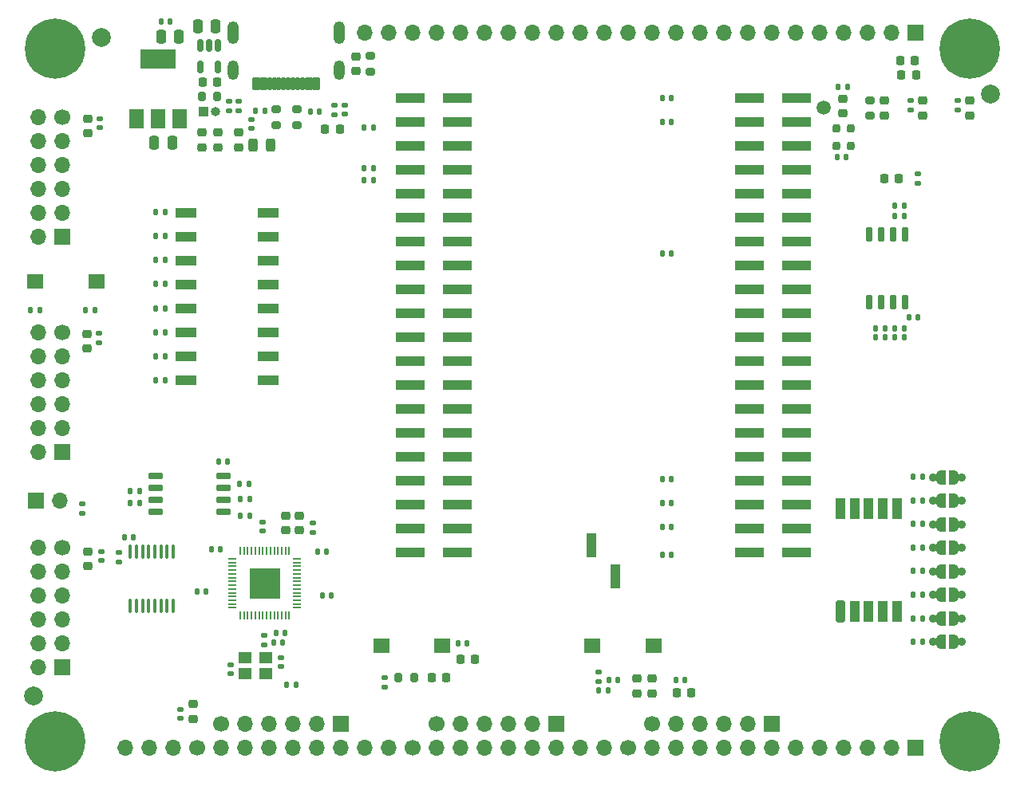
<source format=gbr>
G04 #@! TF.GenerationSoftware,KiCad,Pcbnew,8.0.1-8.0.1-1~ubuntu22.04.1*
G04 #@! TF.CreationDate,2024-04-26T22:25:14-04:00*
G04 #@! TF.ProjectId,tinytapeout-demo,74696e79-7461-4706-956f-75742d64656d,1.2.2*
G04 #@! TF.SameCoordinates,PX35e1f20PY8044ea0*
G04 #@! TF.FileFunction,Soldermask,Top*
G04 #@! TF.FilePolarity,Negative*
%FSLAX46Y46*%
G04 Gerber Fmt 4.6, Leading zero omitted, Abs format (unit mm)*
G04 Created by KiCad (PCBNEW 8.0.1-8.0.1-1~ubuntu22.04.1) date 2024-04-26 22:25:14*
%MOMM*%
%LPD*%
G01*
G04 APERTURE LIST*
G04 Aperture macros list*
%AMRoundRect*
0 Rectangle with rounded corners*
0 $1 Rounding radius*
0 $2 $3 $4 $5 $6 $7 $8 $9 X,Y pos of 4 corners*
0 Add a 4 corners polygon primitive as box body*
4,1,4,$2,$3,$4,$5,$6,$7,$8,$9,$2,$3,0*
0 Add four circle primitives for the rounded corners*
1,1,$1+$1,$2,$3*
1,1,$1+$1,$4,$5*
1,1,$1+$1,$6,$7*
1,1,$1+$1,$8,$9*
0 Add four rect primitives between the rounded corners*
20,1,$1+$1,$2,$3,$4,$5,0*
20,1,$1+$1,$4,$5,$6,$7,0*
20,1,$1+$1,$6,$7,$8,$9,0*
20,1,$1+$1,$8,$9,$2,$3,0*%
%AMFreePoly0*
4,1,19,0.500000,-0.750000,0.000000,-0.750000,0.000000,-0.744911,-0.071157,-0.744911,-0.207708,-0.704816,-0.327430,-0.627875,-0.420627,-0.520320,-0.479746,-0.390866,-0.500000,-0.250000,-0.500000,0.250000,-0.479746,0.390866,-0.420627,0.520320,-0.327430,0.627875,-0.207708,0.704816,-0.071157,0.744911,0.000000,0.744911,0.000000,0.750000,0.500000,0.750000,0.500000,-0.750000,0.500000,-0.750000,
$1*%
%AMFreePoly1*
4,1,19,0.000000,0.744911,0.071157,0.744911,0.207708,0.704816,0.327430,0.627875,0.420627,0.520320,0.479746,0.390866,0.500000,0.250000,0.500000,-0.250000,0.479746,-0.390866,0.420627,-0.520320,0.327430,-0.627875,0.207708,-0.704816,0.071157,-0.744911,0.000000,-0.744911,0.000000,-0.750000,-0.500000,-0.750000,-0.500000,0.750000,0.000000,0.750000,0.000000,0.744911,0.000000,0.744911,
$1*%
G04 Aperture macros list end*
%ADD10C,0.900000*%
%ADD11FreePoly0,180.000000*%
%ADD12FreePoly1,180.000000*%
%ADD13RoundRect,0.225000X0.225000X0.250000X-0.225000X0.250000X-0.225000X-0.250000X0.225000X-0.250000X0*%
%ADD14RoundRect,0.135000X0.185000X-0.135000X0.185000X0.135000X-0.185000X0.135000X-0.185000X-0.135000X0*%
%ADD15RoundRect,0.225000X-0.250000X0.225000X-0.250000X-0.225000X0.250000X-0.225000X0.250000X0.225000X0*%
%ADD16RoundRect,0.140000X-0.140000X-0.170000X0.140000X-0.170000X0.140000X0.170000X-0.140000X0.170000X0*%
%ADD17RoundRect,0.135000X-0.185000X0.135000X-0.185000X-0.135000X0.185000X-0.135000X0.185000X0.135000X0*%
%ADD18C,6.400000*%
%ADD19C,2.000000*%
%ADD20RoundRect,0.135000X0.135000X0.185000X-0.135000X0.185000X-0.135000X-0.185000X0.135000X-0.185000X0*%
%ADD21RoundRect,0.102000X0.300000X0.550000X-0.300000X0.550000X-0.300000X-0.550000X0.300000X-0.550000X0*%
%ADD22RoundRect,0.102000X0.150000X0.550000X-0.150000X0.550000X-0.150000X-0.550000X0.150000X-0.550000X0*%
%ADD23O,1.250000X2.400000*%
%ADD24O,1.180000X2.080000*%
%ADD25RoundRect,0.225000X0.250000X-0.225000X0.250000X0.225000X-0.250000X0.225000X-0.250000X-0.225000X0*%
%ADD26R,1.700000X1.700000*%
%ADD27O,1.700000X1.700000*%
%ADD28C,1.700000*%
%ADD29RoundRect,0.250000X0.250000X0.475000X-0.250000X0.475000X-0.250000X-0.475000X0.250000X-0.475000X0*%
%ADD30RoundRect,0.135000X-0.135000X-0.185000X0.135000X-0.185000X0.135000X0.185000X-0.135000X0.185000X0*%
%ADD31RoundRect,0.140000X-0.170000X0.140000X-0.170000X-0.140000X0.170000X-0.140000X0.170000X0.140000X0*%
%ADD32RoundRect,0.200000X-0.200000X-0.275000X0.200000X-0.275000X0.200000X0.275000X-0.200000X0.275000X0*%
%ADD33RoundRect,0.140000X0.170000X-0.140000X0.170000X0.140000X-0.170000X0.140000X-0.170000X-0.140000X0*%
%ADD34R,1.400000X1.200000*%
%ADD35RoundRect,0.200000X0.275000X-0.200000X0.275000X0.200000X-0.275000X0.200000X-0.275000X-0.200000X0*%
%ADD36R,1.000000X1.000000*%
%ADD37O,1.000000X1.000000*%
%ADD38RoundRect,0.140000X0.140000X0.170000X-0.140000X0.170000X-0.140000X-0.170000X0.140000X-0.170000X0*%
%ADD39RoundRect,0.102000X0.750000X0.700000X-0.750000X0.700000X-0.750000X-0.700000X0.750000X-0.700000X0*%
%ADD40R,1.000000X2.510000*%
%ADD41RoundRect,0.200000X0.200000X0.275000X-0.200000X0.275000X-0.200000X-0.275000X0.200000X-0.275000X0*%
%ADD42R,2.200000X1.100000*%
%ADD43RoundRect,0.150000X-0.150000X0.650000X-0.150000X-0.650000X0.150000X-0.650000X0.150000X0.650000X0*%
%ADD44RoundRect,0.200000X0.300000X-0.950000X0.300000X0.950000X-0.300000X0.950000X-0.300000X-0.950000X0*%
%ADD45R,1.000000X2.300000*%
%ADD46RoundRect,0.150000X-0.650000X-0.150000X0.650000X-0.150000X0.650000X0.150000X-0.650000X0.150000X0*%
%ADD47RoundRect,0.050000X-0.387500X-0.050000X0.387500X-0.050000X0.387500X0.050000X-0.387500X0.050000X0*%
%ADD48RoundRect,0.050000X-0.050000X-0.387500X0.050000X-0.387500X0.050000X0.387500X-0.050000X0.387500X0*%
%ADD49R,3.200000X3.200000*%
%ADD50RoundRect,0.243750X0.243750X0.456250X-0.243750X0.456250X-0.243750X-0.456250X0.243750X-0.456250X0*%
%ADD51RoundRect,0.218750X-0.218750X-0.256250X0.218750X-0.256250X0.218750X0.256250X-0.218750X0.256250X0*%
%ADD52RoundRect,0.200000X0.200000X0.250000X-0.200000X0.250000X-0.200000X-0.250000X0.200000X-0.250000X0*%
%ADD53RoundRect,0.102000X-0.750000X-0.700000X0.750000X-0.700000X0.750000X0.700000X-0.750000X0.700000X0*%
%ADD54RoundRect,0.100000X0.100000X-0.637500X0.100000X0.637500X-0.100000X0.637500X-0.100000X-0.637500X0*%
%ADD55RoundRect,0.150000X-0.150000X0.512500X-0.150000X-0.512500X0.150000X-0.512500X0.150000X0.512500X0*%
%ADD56R,1.500000X2.000000*%
%ADD57R,3.800000X2.000000*%
%ADD58R,3.150000X1.000000*%
%ADD59RoundRect,0.218750X0.256250X-0.218750X0.256250X0.218750X-0.256250X0.218750X-0.256250X-0.218750X0*%
%ADD60C,1.500000*%
%ADD61RoundRect,0.250000X-0.250000X-0.475000X0.250000X-0.475000X0.250000X0.475000X-0.250000X0.475000X0*%
G04 APERTURE END LIST*
D10*
G04 #@! TO.C,JP7*
X99900000Y16780000D03*
D11*
X99050000Y16780000D03*
D12*
X97750000Y16780000D03*
D10*
X96900000Y16780000D03*
G04 #@! TD*
D13*
G04 #@! TO.C,C21*
X95075000Y74500000D03*
X93525000Y74500000D03*
G04 #@! TD*
D14*
G04 #@! TO.C,R15*
X99500000Y70790000D03*
X99500000Y71810000D03*
G04 #@! TD*
D15*
G04 #@! TO.C,C32*
X28200000Y27700000D03*
X28200000Y26150000D03*
G04 #@! TD*
D16*
G04 #@! TO.C,C23*
X68195000Y72000000D03*
X69155000Y72000000D03*
G04 #@! TD*
G04 #@! TO.C,C36*
X26920000Y14250000D03*
X27880000Y14250000D03*
G04 #@! TD*
D10*
G04 #@! TO.C,JP1*
X99900000Y31780000D03*
D11*
X99050000Y31780000D03*
D12*
X97750000Y31780000D03*
D10*
X96900000Y31780000D03*
G04 #@! TD*
D17*
G04 #@! TO.C,R20*
X22200000Y71710000D03*
X22200000Y70690000D03*
G04 #@! TD*
D18*
G04 #@! TO.C,MT3*
X3750000Y77250000D03*
G04 #@! TD*
D19*
G04 #@! TO.C,FID3*
X103000000Y72500000D03*
G04 #@! TD*
D20*
G04 #@! TO.C,R38*
X24360000Y31050000D03*
X23340000Y31050000D03*
G04 #@! TD*
D21*
G04 #@! TO.C,J15*
X31450000Y73550000D03*
X30650000Y73550000D03*
D22*
X29500000Y73550000D03*
X28500000Y73550000D03*
X28000000Y73550000D03*
X27000000Y73550000D03*
D21*
X25050000Y73550000D03*
X25850000Y73550000D03*
D22*
X26500000Y73550000D03*
X27500000Y73550000D03*
X29000000Y73550000D03*
X30000000Y73550000D03*
D23*
X33870000Y79000000D03*
D24*
X22630000Y75000000D03*
X33870000Y75000000D03*
D23*
X22630000Y79000000D03*
G04 #@! TD*
D25*
G04 #@! TO.C,C48*
X23200000Y66825000D03*
X23200000Y68375000D03*
G04 #@! TD*
D26*
G04 #@! TO.C,J13*
X4500000Y34440000D03*
D27*
X4500000Y36980000D03*
X4500000Y39520000D03*
X4500000Y42060000D03*
X4500000Y44600000D03*
D28*
X4500000Y47140000D03*
D27*
X1960000Y34440000D03*
X1960000Y36980000D03*
X1960000Y39520000D03*
X1960000Y42060000D03*
X1960000Y44600000D03*
X1960000Y47140000D03*
G04 #@! TD*
D29*
G04 #@! TO.C,C6*
X16190000Y67290000D03*
X14290000Y67290000D03*
G04 #@! TD*
D30*
G04 #@! TO.C,R5*
X14390000Y52271429D03*
X15410000Y52271429D03*
G04 #@! TD*
D31*
G04 #@! TO.C,C56*
X8700000Y23880000D03*
X8700000Y22920000D03*
G04 #@! TD*
D29*
G04 #@! TO.C,C7*
X20800000Y79700000D03*
X18900000Y79700000D03*
G04 #@! TD*
D32*
G04 #@! TO.C,R7*
X40175000Y10500000D03*
X41825000Y10500000D03*
G04 #@! TD*
D30*
G04 #@! TO.C,R1*
X14390000Y42100000D03*
X15410000Y42100000D03*
G04 #@! TD*
D33*
G04 #@! TO.C,C29*
X22400000Y10870000D03*
X22400000Y11830000D03*
G04 #@! TD*
D28*
G04 #@! TO.C,J2*
X18810000Y3000000D03*
D27*
X16270000Y3000000D03*
X13730000Y3000000D03*
X11190000Y3000000D03*
G04 #@! TD*
D16*
G04 #@! TO.C,C24*
X68195000Y29000000D03*
X69155000Y29000000D03*
G04 #@! TD*
G04 #@! TO.C,C8*
X46520000Y14100000D03*
X47480000Y14100000D03*
G04 #@! TD*
D34*
G04 #@! TO.C,Y1*
X23900000Y10900000D03*
X26100000Y10900000D03*
X26100000Y12600000D03*
X23900000Y12600000D03*
G04 #@! TD*
D35*
G04 #@! TO.C,R18*
X90200000Y70175000D03*
X90200000Y71825000D03*
G04 #@! TD*
D31*
G04 #@! TO.C,C58*
X8500000Y69880000D03*
X8500000Y68920000D03*
G04 #@! TD*
D16*
G04 #@! TO.C,C27*
X11120000Y25400000D03*
X12080000Y25400000D03*
G04 #@! TD*
D30*
G04 #@! TO.C,R11*
X14390000Y59900000D03*
X15410000Y59900000D03*
G04 #@! TD*
D25*
G04 #@! TO.C,C16*
X67100000Y8825000D03*
X67100000Y10375000D03*
G04 #@! TD*
D20*
G04 #@! TO.C,R43*
X93810000Y59500000D03*
X92790000Y59500000D03*
G04 #@! TD*
D31*
G04 #@! TO.C,C46*
X34500000Y71280000D03*
X34500000Y70320000D03*
G04 #@! TD*
D33*
G04 #@! TO.C,C4*
X17020000Y6165000D03*
X17020000Y7125000D03*
G04 #@! TD*
D20*
G04 #@! TO.C,R24*
X95765000Y26808572D03*
X94745000Y26808572D03*
G04 #@! TD*
G04 #@! TO.C,R22*
X95765000Y31820000D03*
X94745000Y31820000D03*
G04 #@! TD*
D31*
G04 #@! TO.C,C47*
X23200000Y71680000D03*
X23200000Y70720000D03*
G04 #@! TD*
D10*
G04 #@! TO.C,JP3*
X99900000Y26780000D03*
D11*
X99050000Y26780000D03*
D12*
X97750000Y26780000D03*
D10*
X96900000Y26780000D03*
G04 #@! TD*
D36*
G04 #@! TO.C,J19*
X19500000Y70600000D03*
D37*
X20770000Y70600000D03*
G04 #@! TD*
D30*
G04 #@! TO.C,R3*
X14390000Y47185715D03*
X15410000Y47185715D03*
G04 #@! TD*
D10*
G04 #@! TO.C,JP8*
X99900000Y14280000D03*
D11*
X99050000Y14280000D03*
D12*
X97750000Y14280000D03*
D10*
X96900000Y14280000D03*
G04 #@! TD*
D28*
G04 #@! TO.C,J8*
X64545000Y3000000D03*
D27*
X62005000Y3000000D03*
X59465000Y3000000D03*
G04 #@! TD*
D16*
G04 #@! TO.C,C2*
X62520000Y10200000D03*
X63480000Y10200000D03*
G04 #@! TD*
D26*
G04 #@! TO.C,J12*
X4500000Y11580000D03*
D27*
X4500000Y14120000D03*
X4500000Y16660000D03*
X4500000Y19200000D03*
X4500000Y21740000D03*
D28*
X4500000Y24280000D03*
D27*
X1960000Y11580000D03*
X1960000Y14120000D03*
X1960000Y16660000D03*
X1960000Y19200000D03*
X1960000Y21740000D03*
X1960000Y24280000D03*
G04 #@! TD*
D38*
G04 #@! TO.C,C18*
X69155000Y26500000D03*
X68195000Y26500000D03*
G04 #@! TD*
D30*
G04 #@! TO.C,R41*
X28290000Y9700000D03*
X29310000Y9700000D03*
G04 #@! TD*
D25*
G04 #@! TO.C,C42*
X87300000Y70425000D03*
X87300000Y71975000D03*
G04 #@! TD*
D39*
G04 #@! TO.C,SW2*
X67250000Y13900000D03*
X60750000Y13900000D03*
G04 #@! TD*
D17*
G04 #@! TO.C,R8*
X61400000Y11110000D03*
X61400000Y10090000D03*
G04 #@! TD*
D38*
G04 #@! TO.C,C28*
X87680000Y65800000D03*
X86720000Y65800000D03*
G04 #@! TD*
D15*
G04 #@! TO.C,C49*
X19300000Y68375000D03*
X19300000Y66825000D03*
G04 #@! TD*
D16*
G04 #@! TO.C,C35*
X32120000Y19200000D03*
X33080000Y19200000D03*
G04 #@! TD*
D26*
G04 #@! TO.C,J3*
X34045000Y5545000D03*
D27*
X31505000Y5545000D03*
X28965000Y5545000D03*
X26425000Y5545000D03*
X23885000Y5545000D03*
D28*
X21345000Y5545000D03*
D27*
X34045000Y3005000D03*
X31505000Y3005000D03*
X28965000Y3005000D03*
X26425000Y3005000D03*
X23885000Y3005000D03*
X21345000Y3005000D03*
G04 #@! TD*
D40*
G04 #@! TO.C,J7*
X63190000Y21245000D03*
X60650000Y24555000D03*
G04 #@! TD*
D14*
G04 #@! TO.C,R12*
X38700000Y9490000D03*
X38700000Y10510000D03*
G04 #@! TD*
D13*
G04 #@! TO.C,C25*
X94975000Y76040000D03*
X93425000Y76040000D03*
G04 #@! TD*
D18*
G04 #@! TO.C,MT4*
X100750000Y77250000D03*
G04 #@! TD*
G04 #@! TO.C,MT2*
X100750000Y3750000D03*
G04 #@! TD*
D15*
G04 #@! TO.C,C5*
X18400000Y7675000D03*
X18400000Y6125000D03*
G04 #@! TD*
D30*
G04 #@! TO.C,R13*
X61390000Y9100000D03*
X62410000Y9100000D03*
G04 #@! TD*
D17*
G04 #@! TO.C,R21*
X33400000Y71310000D03*
X33400000Y70290000D03*
G04 #@! TD*
D30*
G04 #@! TO.C,R42*
X86790000Y73200000D03*
X87810000Y73200000D03*
G04 #@! TD*
D26*
G04 #@! TO.C,J5*
X56905000Y5545000D03*
D27*
X54365000Y5545000D03*
X51825000Y5545000D03*
X49285000Y5545000D03*
X46745000Y5545000D03*
D28*
X44205000Y5545000D03*
D27*
X56905000Y3005000D03*
X54365000Y3005000D03*
X51825000Y3005000D03*
X49285000Y3005000D03*
X46745000Y3005000D03*
X44205000Y3005000D03*
G04 #@! TD*
D41*
G04 #@! TO.C,R49*
X20975000Y72200000D03*
X19325000Y72200000D03*
G04 #@! TD*
D30*
G04 #@! TO.C,R2*
X14390000Y44642858D03*
X15410000Y44642858D03*
G04 #@! TD*
D42*
G04 #@! TO.C,SW4*
X17600000Y59890000D03*
X17600000Y57350000D03*
X17600000Y54810000D03*
X17600000Y52270000D03*
X17600000Y49730000D03*
X17600000Y47190000D03*
X17600000Y44650000D03*
X17600000Y42110000D03*
X26400000Y42110000D03*
X26400000Y44650000D03*
X26400000Y47190000D03*
X26400000Y49730000D03*
X26400000Y52270000D03*
X26400000Y54810000D03*
X26400000Y57350000D03*
X26400000Y59890000D03*
G04 #@! TD*
D17*
G04 #@! TO.C,R19*
X95250000Y64010000D03*
X95250000Y62990000D03*
G04 #@! TD*
D35*
G04 #@! TO.C,D5*
X29400000Y69175000D03*
X29400000Y70825000D03*
G04 #@! TD*
D10*
G04 #@! TO.C,JP2*
X99900000Y29280000D03*
D11*
X99050000Y29280000D03*
D12*
X97750000Y29280000D03*
D10*
X96900000Y29280000D03*
G04 #@! TD*
D43*
G04 #@! TO.C,U7*
X93905000Y57600000D03*
X92635000Y57600000D03*
X91365000Y57600000D03*
X90095000Y57600000D03*
X90095000Y50400000D03*
X91365000Y50400000D03*
X92635000Y50400000D03*
X93905000Y50400000D03*
G04 #@! TD*
D31*
G04 #@! TO.C,C30*
X27700000Y12630000D03*
X27700000Y11670000D03*
G04 #@! TD*
D20*
G04 #@! TO.C,R28*
X95765000Y16785716D03*
X94745000Y16785716D03*
G04 #@! TD*
D38*
G04 #@! TO.C,C39*
X21280000Y24100000D03*
X20320000Y24100000D03*
G04 #@! TD*
D44*
G04 #@! TO.C,U1*
X87050000Y17550000D03*
D45*
X88550000Y17550000D03*
X90050000Y17550000D03*
X91550000Y17550000D03*
X93050000Y17550000D03*
X93050000Y28450000D03*
X91550000Y28450000D03*
X90050000Y28450000D03*
X88550000Y28450000D03*
X87050000Y28450000D03*
G04 #@! TD*
D20*
G04 #@! TO.C,R23*
X95765000Y29314286D03*
X94745000Y29314286D03*
G04 #@! TD*
D38*
G04 #@! TO.C,C38*
X19780000Y19600000D03*
X18820000Y19600000D03*
G04 #@! TD*
D20*
G04 #@! TO.C,R45*
X93810000Y47600000D03*
X92790000Y47600000D03*
G04 #@! TD*
D46*
G04 #@! TO.C,U5*
X14400000Y31905000D03*
X14400000Y30635000D03*
X14400000Y29365000D03*
X14400000Y28095000D03*
X21600000Y28095000D03*
X21600000Y29365000D03*
X21600000Y30635000D03*
X21600000Y31905000D03*
G04 #@! TD*
D25*
G04 #@! TO.C,C37*
X29700000Y26125000D03*
X29700000Y27675000D03*
G04 #@! TD*
D30*
G04 #@! TO.C,R35*
X11740000Y29035000D03*
X12760000Y29035000D03*
G04 #@! TD*
D26*
G04 #@! TO.C,J10*
X1690000Y29260000D03*
D27*
X4230000Y29260000D03*
G04 #@! TD*
D47*
G04 #@! TO.C,U6*
X22562500Y23100000D03*
X22562500Y22700000D03*
X22562500Y22300000D03*
X22562500Y21900000D03*
X22562500Y21500000D03*
X22562500Y21100000D03*
X22562500Y20700000D03*
X22562500Y20300000D03*
X22562500Y19900000D03*
X22562500Y19500000D03*
X22562500Y19100000D03*
X22562500Y18700000D03*
X22562500Y18300000D03*
X22562500Y17900000D03*
D48*
X23400000Y17062500D03*
X23800000Y17062500D03*
X24200000Y17062500D03*
X24600000Y17062500D03*
X25000000Y17062500D03*
X25400000Y17062500D03*
X25800000Y17062500D03*
X26200000Y17062500D03*
X26600000Y17062500D03*
X27000000Y17062500D03*
X27400000Y17062500D03*
X27800000Y17062500D03*
X28200000Y17062500D03*
X28600000Y17062500D03*
D47*
X29437500Y17900000D03*
X29437500Y18300000D03*
X29437500Y18700000D03*
X29437500Y19100000D03*
X29437500Y19500000D03*
X29437500Y19900000D03*
X29437500Y20300000D03*
X29437500Y20700000D03*
X29437500Y21100000D03*
X29437500Y21500000D03*
X29437500Y21900000D03*
X29437500Y22300000D03*
X29437500Y22700000D03*
X29437500Y23100000D03*
D48*
X28600000Y23937500D03*
X28200000Y23937500D03*
X27800000Y23937500D03*
X27400000Y23937500D03*
X27000000Y23937500D03*
X26600000Y23937500D03*
X26200000Y23937500D03*
X25800000Y23937500D03*
X25400000Y23937500D03*
X25000000Y23937500D03*
X24600000Y23937500D03*
X24200000Y23937500D03*
X23800000Y23937500D03*
X23400000Y23937500D03*
D49*
X26000000Y20500000D03*
G04 #@! TD*
D33*
G04 #@! TO.C,C33*
X31100000Y25920000D03*
X31100000Y26880000D03*
G04 #@! TD*
D20*
G04 #@! TO.C,R27*
X95765000Y19291430D03*
X94745000Y19291430D03*
G04 #@! TD*
D16*
G04 #@! TO.C,C20*
X68195000Y55500000D03*
X69155000Y55500000D03*
G04 #@! TD*
D28*
G04 #@! TO.C,J17*
X41700000Y3000000D03*
D27*
X39160000Y3000000D03*
X36620000Y3000000D03*
G04 #@! TD*
D13*
G04 #@! TO.C,C9*
X48275000Y12400000D03*
X46725000Y12400000D03*
G04 #@! TD*
D50*
G04 #@! TO.C,F1*
X26637500Y67050000D03*
X24762500Y67050000D03*
G04 #@! TD*
D26*
G04 #@! TO.C,J9*
X95000000Y79000000D03*
D27*
X92460000Y79000000D03*
X89920000Y79000000D03*
X87380000Y79000000D03*
X84840000Y79000000D03*
X82300000Y79000000D03*
X79760000Y79000000D03*
X77220000Y79000000D03*
X74680000Y79000000D03*
X72140000Y79000000D03*
X69600000Y79000000D03*
X67060000Y79000000D03*
X64520000Y79000000D03*
X61980000Y79000000D03*
X59440000Y79000000D03*
X56900000Y79000000D03*
X54360000Y79000000D03*
X51820000Y79000000D03*
X49280000Y79000000D03*
X46740000Y79000000D03*
X44200000Y79000000D03*
X41660000Y79000000D03*
X39120000Y79000000D03*
X36580000Y79000000D03*
G04 #@! TD*
D16*
G04 #@! TO.C,C12*
X15020000Y80200000D03*
X15980000Y80200000D03*
G04 #@! TD*
D30*
G04 #@! TO.C,R40*
X11740000Y30335000D03*
X12760000Y30335000D03*
G04 #@! TD*
D38*
G04 #@! TO.C,C45*
X26000000Y70700000D03*
X25040000Y70700000D03*
G04 #@! TD*
D51*
G04 #@! TO.C,F2*
X32412500Y68700000D03*
X33987500Y68700000D03*
G04 #@! TD*
D14*
G04 #@! TO.C,R37*
X25900000Y13990000D03*
X25900000Y15010000D03*
G04 #@! TD*
D16*
G04 #@! TO.C,C26*
X68195000Y23500000D03*
X69155000Y23500000D03*
G04 #@! TD*
G04 #@! TO.C,C19*
X68195000Y69500000D03*
X69155000Y69500000D03*
G04 #@! TD*
D52*
G04 #@! TO.C,X1*
X88125000Y66975000D03*
X88125000Y68825000D03*
X86675000Y68825000D03*
X86675000Y66975000D03*
G04 #@! TD*
D13*
G04 #@! TO.C,C15*
X71225000Y8900000D03*
X69675000Y8900000D03*
G04 #@! TD*
D53*
G04 #@! TO.C,SW3*
X1650000Y52600000D03*
X8150000Y52600000D03*
G04 #@! TD*
D35*
G04 #@! TO.C,R16*
X37200000Y74875000D03*
X37200000Y76525000D03*
G04 #@! TD*
D25*
G04 #@! TO.C,C17*
X65500000Y8825000D03*
X65500000Y10375000D03*
G04 #@! TD*
D54*
G04 #@! TO.C,U4*
X11725000Y18137500D03*
X12375000Y18137500D03*
X13025000Y18137500D03*
X13675000Y18137500D03*
X14325000Y18137500D03*
X14975000Y18137500D03*
X15625000Y18137500D03*
X16275000Y18137500D03*
X16275000Y23862500D03*
X15625000Y23862500D03*
X14975000Y23862500D03*
X14325000Y23862500D03*
X13675000Y23862500D03*
X13025000Y23862500D03*
X12375000Y23862500D03*
X11725000Y23862500D03*
G04 #@! TD*
D53*
G04 #@! TO.C,SW1*
X38350000Y13900000D03*
X44850000Y13900000D03*
G04 #@! TD*
D25*
G04 #@! TO.C,C3*
X35700000Y74925000D03*
X35700000Y76475000D03*
G04 #@! TD*
D19*
G04 #@! TO.C,FID2*
X8700000Y78500000D03*
G04 #@! TD*
D14*
G04 #@! TO.C,R17*
X94550000Y70790000D03*
X94550000Y71810000D03*
G04 #@! TD*
D16*
G04 #@! TO.C,C34*
X31570000Y23900000D03*
X32530000Y23900000D03*
G04 #@! TD*
D10*
G04 #@! TO.C,JP5*
X99900000Y21780000D03*
D11*
X99050000Y21780000D03*
D12*
X97750000Y21780000D03*
D10*
X96900000Y21780000D03*
G04 #@! TD*
D20*
G04 #@! TO.C,R31*
X37510000Y64600000D03*
X36490000Y64600000D03*
G04 #@! TD*
D55*
G04 #@! TO.C,U3*
X21050000Y77637500D03*
X20100000Y77637500D03*
X19150000Y77637500D03*
X19150000Y75362500D03*
X21050000Y75362500D03*
G04 #@! TD*
D31*
G04 #@! TO.C,C60*
X8400000Y47030000D03*
X8400000Y46070000D03*
G04 #@! TD*
D56*
G04 #@! TO.C,U2*
X12350000Y69850000D03*
X14650000Y69850000D03*
D57*
X14650000Y76150000D03*
D56*
X16950000Y69850000D03*
G04 #@! TD*
D20*
G04 #@! TO.C,R25*
X95765000Y24302858D03*
X94745000Y24302858D03*
G04 #@! TD*
D26*
G04 #@! TO.C,J14*
X4500000Y57300000D03*
D27*
X4500000Y59840000D03*
X4500000Y62380000D03*
X4500000Y64920000D03*
X4500000Y67460000D03*
D28*
X4500000Y70000000D03*
D27*
X1960000Y57300000D03*
X1960000Y59840000D03*
X1960000Y62380000D03*
X1960000Y64920000D03*
X1960000Y67460000D03*
X1960000Y70000000D03*
G04 #@! TD*
D19*
G04 #@! TO.C,FID1*
X1500000Y8500000D03*
G04 #@! TD*
D20*
G04 #@! TO.C,R29*
X95765000Y14280000D03*
X94745000Y14280000D03*
G04 #@! TD*
D25*
G04 #@! TO.C,C61*
X7150000Y45425000D03*
X7150000Y46975000D03*
G04 #@! TD*
D20*
G04 #@! TO.C,R47*
X93810000Y46600000D03*
X92790000Y46600000D03*
G04 #@! TD*
D30*
G04 #@! TO.C,R6*
X14390000Y54814286D03*
X15410000Y54814286D03*
G04 #@! TD*
D10*
G04 #@! TO.C,JP6*
X99900000Y19280000D03*
D11*
X99050000Y19280000D03*
D12*
X97750000Y19280000D03*
D10*
X96900000Y19280000D03*
G04 #@! TD*
D13*
G04 #@! TO.C,C11*
X20925000Y73700000D03*
X19375000Y73700000D03*
G04 #@! TD*
D58*
G04 #@! TO.C,J4*
X41395000Y72030000D03*
X46445000Y72030000D03*
X41395000Y69490000D03*
X46445000Y69490000D03*
X41395000Y66950000D03*
X46445000Y66950000D03*
X41395000Y64410000D03*
X46445000Y64410000D03*
X41395000Y61870000D03*
X46445000Y61870000D03*
X41395000Y59330000D03*
X46445000Y59330000D03*
X41395000Y56790000D03*
X46445000Y56790000D03*
X41395000Y54250000D03*
X46445000Y54250000D03*
X41395000Y51710000D03*
X46445000Y51710000D03*
X41395000Y49170000D03*
X46445000Y49170000D03*
X41395000Y46630000D03*
X46445000Y46630000D03*
X41395000Y44090000D03*
X46445000Y44090000D03*
X41395000Y41550000D03*
X46445000Y41550000D03*
X41395000Y39010000D03*
X46445000Y39010000D03*
X41395000Y36470000D03*
X46445000Y36470000D03*
X41395000Y33930000D03*
X46445000Y33930000D03*
X41395000Y31390000D03*
X46445000Y31390000D03*
X41395000Y28850000D03*
X46445000Y28850000D03*
X41395000Y26310000D03*
X46445000Y26310000D03*
X41395000Y23770000D03*
X46445000Y23770000D03*
X77395000Y72030000D03*
X82445000Y72030000D03*
X77395000Y69490000D03*
X82445000Y69490000D03*
X77395000Y66950000D03*
X82445000Y66950000D03*
X77395000Y64410000D03*
X82445000Y64410000D03*
X77395000Y61870000D03*
X82445000Y61870000D03*
X77395000Y59330000D03*
X82445000Y59330000D03*
X77395000Y56790000D03*
X82445000Y56790000D03*
X77395000Y54250000D03*
X82445000Y54250000D03*
X77395000Y51710000D03*
X82445000Y51710000D03*
X77395000Y49170000D03*
X82445000Y49170000D03*
X77395000Y46630000D03*
X82445000Y46630000D03*
X77395000Y44090000D03*
X82445000Y44090000D03*
X77395000Y41550000D03*
X82445000Y41550000D03*
X77395000Y39010000D03*
X82445000Y39010000D03*
X77395000Y36470000D03*
X82445000Y36470000D03*
X77395000Y33930000D03*
X82445000Y33930000D03*
X77395000Y31390000D03*
X82445000Y31390000D03*
X77395000Y28850000D03*
X82445000Y28850000D03*
X77395000Y26310000D03*
X82445000Y26310000D03*
X77395000Y23770000D03*
X82445000Y23770000D03*
G04 #@! TD*
D38*
G04 #@! TO.C,C43*
X95280000Y48800000D03*
X94320000Y48800000D03*
G04 #@! TD*
D26*
G04 #@! TO.C,J1*
X95000000Y3000000D03*
D27*
X92460000Y3000000D03*
X89920000Y3000000D03*
X87380000Y3000000D03*
X84840000Y3000000D03*
X82300000Y3000000D03*
G04 #@! TD*
D30*
G04 #@! TO.C,R10*
X14390000Y57357143D03*
X15410000Y57357143D03*
G04 #@! TD*
D59*
G04 #@! TO.C,D2*
X95800000Y70212500D03*
X95800000Y71787500D03*
G04 #@! TD*
D30*
G04 #@! TO.C,R30*
X36490000Y68900000D03*
X37510000Y68900000D03*
G04 #@! TD*
D20*
G04 #@! TO.C,R44*
X93810000Y60600000D03*
X92790000Y60600000D03*
G04 #@! TD*
G04 #@! TO.C,R26*
X95765000Y21797144D03*
X94745000Y21797144D03*
G04 #@! TD*
D33*
G04 #@! TO.C,C41*
X25800000Y26070000D03*
X25800000Y27030000D03*
G04 #@! TD*
G04 #@! TO.C,C13*
X24550000Y68820000D03*
X24550000Y69780000D03*
G04 #@! TD*
D20*
G04 #@! TO.C,R48*
X91810000Y47600000D03*
X90790000Y47600000D03*
G04 #@! TD*
D59*
G04 #@! TO.C,FB1*
X21050000Y66812500D03*
X21050000Y68387500D03*
G04 #@! TD*
D26*
G04 #@! TO.C,J6*
X79765000Y5545000D03*
D27*
X77225000Y5545000D03*
X74685000Y5545000D03*
X72145000Y5545000D03*
X69605000Y5545000D03*
D28*
X67065000Y5545000D03*
D27*
X79765000Y3005000D03*
X77225000Y3005000D03*
X74685000Y3005000D03*
X72145000Y3005000D03*
X69605000Y3005000D03*
X67065000Y3005000D03*
G04 #@! TD*
D10*
G04 #@! TO.C,JP4*
X99900000Y24280000D03*
D11*
X99050000Y24280000D03*
D12*
X97750000Y24280000D03*
D10*
X96900000Y24280000D03*
G04 #@! TD*
D25*
G04 #@! TO.C,C57*
X7200000Y22325000D03*
X7200000Y23875000D03*
G04 #@! TD*
D16*
G04 #@! TO.C,C14*
X69620000Y10200000D03*
X70580000Y10200000D03*
G04 #@! TD*
D59*
G04 #@! TO.C,D3*
X91700000Y70212500D03*
X91700000Y71787500D03*
G04 #@! TD*
D20*
G04 #@! TO.C,R34*
X24410000Y29450000D03*
X23390000Y29450000D03*
G04 #@! TD*
D30*
G04 #@! TO.C,R9*
X6990000Y49500000D03*
X8010000Y49500000D03*
G04 #@! TD*
D20*
G04 #@! TO.C,R46*
X91810000Y46600000D03*
X90790000Y46600000D03*
G04 #@! TD*
D17*
G04 #@! TO.C,R33*
X10500000Y23810000D03*
X10500000Y22790000D03*
G04 #@! TD*
D59*
G04 #@! TO.C,D1*
X100800000Y70212500D03*
X100800000Y71787500D03*
G04 #@! TD*
D60*
G04 #@! TO.C,TP1*
X85300000Y71000000D03*
G04 #@! TD*
D20*
G04 #@! TO.C,R39*
X24410000Y27700000D03*
X23390000Y27700000D03*
G04 #@! TD*
D61*
G04 #@! TO.C,C10*
X15000000Y78540000D03*
X16900000Y78540000D03*
G04 #@! TD*
D35*
G04 #@! TO.C,D6*
X27200000Y69175000D03*
X27200000Y70825000D03*
G04 #@! TD*
D51*
G04 #@! TO.C,D4*
X91712500Y63500000D03*
X93287500Y63500000D03*
G04 #@! TD*
D30*
G04 #@! TO.C,R32*
X36490000Y63300000D03*
X37510000Y63300000D03*
G04 #@! TD*
D18*
G04 #@! TO.C,MT1*
X3750000Y3750000D03*
G04 #@! TD*
D30*
G04 #@! TO.C,R4*
X14390000Y49728572D03*
X15410000Y49728572D03*
G04 #@! TD*
D16*
G04 #@! TO.C,C40*
X27170000Y15200000D03*
X28130000Y15200000D03*
G04 #@! TD*
D13*
G04 #@! TO.C,C1*
X45275000Y10500000D03*
X43725000Y10500000D03*
G04 #@! TD*
D16*
G04 #@! TO.C,C44*
X30820000Y70600000D03*
X31780000Y70600000D03*
G04 #@! TD*
D14*
G04 #@! TO.C,R36*
X6600000Y27890000D03*
X6600000Y28910000D03*
G04 #@! TD*
D25*
G04 #@! TO.C,C59*
X7200000Y68325000D03*
X7200000Y69875000D03*
G04 #@! TD*
D16*
G04 #@! TO.C,C31*
X21070000Y33400000D03*
X22030000Y33400000D03*
G04 #@! TD*
G04 #@! TO.C,C22*
X68195000Y31540000D03*
X69155000Y31540000D03*
G04 #@! TD*
D30*
G04 #@! TO.C,R14*
X1090000Y49500000D03*
X2110000Y49500000D03*
G04 #@! TD*
M02*

</source>
